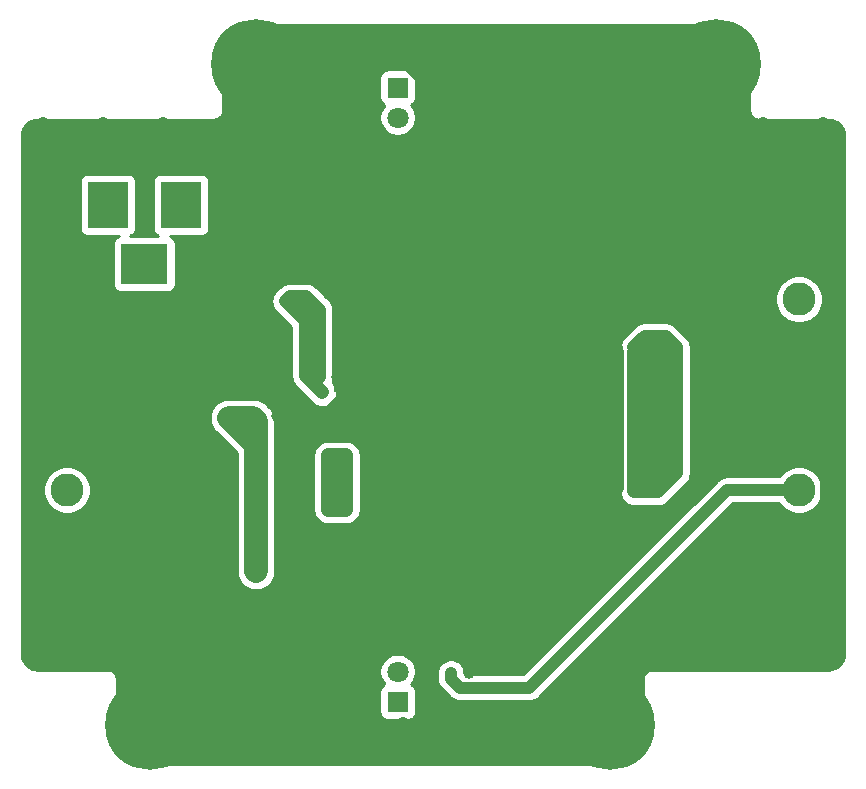
<source format=gbl>
G04 #@! TF.GenerationSoftware,KiCad,Pcbnew,5.1.10-88a1d61d58~90~ubuntu20.04.1*
G04 #@! TF.CreationDate,2021-11-15T23:18:05+00:00*
G04 #@! TF.ProjectId,pulse_stretcher,70756c73-655f-4737-9472-657463686572,rev?*
G04 #@! TF.SameCoordinates,PX5ee3fe0PY6209a80*
G04 #@! TF.FileFunction,Copper,L2,Bot*
G04 #@! TF.FilePolarity,Positive*
%FSLAX46Y46*%
G04 Gerber Fmt 4.6, Leading zero omitted, Abs format (unit mm)*
G04 Created by KiCad (PCBNEW 5.1.10-88a1d61d58~90~ubuntu20.04.1) date 2021-11-15 23:18:05*
%MOMM*%
%LPD*%
G01*
G04 APERTURE LIST*
G04 #@! TA.AperFunction,ComponentPad*
%ADD10C,2.800000*%
G04 #@! TD*
G04 #@! TA.AperFunction,ComponentPad*
%ADD11R,1.800000X1.800000*%
G04 #@! TD*
G04 #@! TA.AperFunction,ComponentPad*
%ADD12C,1.800000*%
G04 #@! TD*
G04 #@! TA.AperFunction,ComponentPad*
%ADD13C,7.600000*%
G04 #@! TD*
G04 #@! TA.AperFunction,ComponentPad*
%ADD14R,3.500000X4.000000*%
G04 #@! TD*
G04 #@! TA.AperFunction,ComponentPad*
%ADD15R,4.000000X3.500000*%
G04 #@! TD*
G04 #@! TA.AperFunction,ViaPad*
%ADD16C,1.000000*%
G04 #@! TD*
G04 #@! TA.AperFunction,ViaPad*
%ADD17C,1.200000*%
G04 #@! TD*
G04 #@! TA.AperFunction,ViaPad*
%ADD18C,0.600000*%
G04 #@! TD*
G04 #@! TA.AperFunction,Conductor*
%ADD19C,2.000000*%
G04 #@! TD*
G04 #@! TA.AperFunction,Conductor*
%ADD20C,0.762000*%
G04 #@! TD*
G04 #@! TA.AperFunction,Conductor*
%ADD21C,0.508000*%
G04 #@! TD*
G04 #@! TA.AperFunction,Conductor*
%ADD22C,0.250000*%
G04 #@! TD*
G04 #@! TA.AperFunction,Conductor*
%ADD23C,1.024000*%
G04 #@! TD*
G04 #@! TA.AperFunction,Conductor*
%ADD24C,1.200000*%
G04 #@! TD*
G04 #@! TA.AperFunction,Conductor*
%ADD25C,0.254000*%
G04 #@! TD*
G04 #@! TA.AperFunction,Conductor*
%ADD26C,0.100000*%
G04 #@! TD*
G04 APERTURE END LIST*
D10*
G04 #@! TO.P,J4,4*
G04 #@! TO.N,GND*
X55988000Y13432000D03*
G04 #@! TO.P,J4,5*
X55988000Y18432000D03*
G04 #@! TO.P,J4,2*
X60988000Y18432000D03*
G04 #@! TO.P,J4,3*
X60988000Y13432000D03*
G04 #@! TO.P,J4,1*
G04 #@! TO.N,/~ENABLE*
X58488000Y15932000D03*
G04 #@! TD*
G04 #@! TO.P,J3,4*
G04 #@! TO.N,GND*
X55988000Y29568000D03*
G04 #@! TO.P,J3,5*
X55988000Y34568000D03*
G04 #@! TO.P,J3,2*
X60988000Y34568000D03*
G04 #@! TO.P,J3,3*
X60988000Y29568000D03*
G04 #@! TO.P,J3,1*
G04 #@! TO.N,/BUFFEREDOUT*
X58488000Y32068000D03*
G04 #@! TD*
G04 #@! TO.P,J2,4*
G04 #@! TO.N,GND*
X-988000Y18432000D03*
G04 #@! TO.P,J2,5*
X-988000Y13432000D03*
G04 #@! TO.P,J2,2*
X-5988000Y13432000D03*
G04 #@! TO.P,J2,3*
X-5988000Y18432000D03*
G04 #@! TO.P,J2,1*
G04 #@! TO.N,/INPUT*
X-3488000Y15932000D03*
G04 #@! TD*
G04 #@! TO.P,C35,1*
G04 #@! TO.N,+2V5*
G04 #@! TA.AperFunction,SMDPad,CuDef*
G36*
G01*
X44981000Y28253250D02*
X44981000Y27740750D01*
G75*
G02*
X44762250Y27522000I-218750J0D01*
G01*
X44324750Y27522000D01*
G75*
G02*
X44106000Y27740750I0J218750D01*
G01*
X44106000Y28253250D01*
G75*
G02*
X44324750Y28472000I218750J0D01*
G01*
X44762250Y28472000D01*
G75*
G02*
X44981000Y28253250I0J-218750D01*
G01*
G37*
G04 #@! TD.AperFunction*
G04 #@! TO.P,C35,2*
G04 #@! TO.N,GND*
G04 #@! TA.AperFunction,SMDPad,CuDef*
G36*
G01*
X43406000Y28253250D02*
X43406000Y27740750D01*
G75*
G02*
X43187250Y27522000I-218750J0D01*
G01*
X42749750Y27522000D01*
G75*
G02*
X42531000Y27740750I0J218750D01*
G01*
X42531000Y28253250D01*
G75*
G02*
X42749750Y28472000I218750J0D01*
G01*
X43187250Y28472000D01*
G75*
G02*
X43406000Y28253250I0J-218750D01*
G01*
G37*
G04 #@! TD.AperFunction*
G04 #@! TD*
G04 #@! TO.P,C36,2*
G04 #@! TO.N,GND*
G04 #@! TA.AperFunction,SMDPad,CuDef*
G36*
G01*
X43406000Y16061250D02*
X43406000Y15548750D01*
G75*
G02*
X43187250Y15330000I-218750J0D01*
G01*
X42749750Y15330000D01*
G75*
G02*
X42531000Y15548750I0J218750D01*
G01*
X42531000Y16061250D01*
G75*
G02*
X42749750Y16280000I218750J0D01*
G01*
X43187250Y16280000D01*
G75*
G02*
X43406000Y16061250I0J-218750D01*
G01*
G37*
G04 #@! TD.AperFunction*
G04 #@! TO.P,C36,1*
G04 #@! TO.N,+2V5*
G04 #@! TA.AperFunction,SMDPad,CuDef*
G36*
G01*
X44981000Y16061250D02*
X44981000Y15548750D01*
G75*
G02*
X44762250Y15330000I-218750J0D01*
G01*
X44324750Y15330000D01*
G75*
G02*
X44106000Y15548750I0J218750D01*
G01*
X44106000Y16061250D01*
G75*
G02*
X44324750Y16280000I218750J0D01*
G01*
X44762250Y16280000D01*
G75*
G02*
X44981000Y16061250I0J-218750D01*
G01*
G37*
G04 #@! TD.AperFunction*
G04 #@! TD*
G04 #@! TO.P,C26,1*
G04 #@! TO.N,GND*
G04 #@! TA.AperFunction,SMDPad,CuDef*
G36*
G01*
X42531000Y24184750D02*
X42531000Y24697250D01*
G75*
G02*
X42749750Y24916000I218750J0D01*
G01*
X43187250Y24916000D01*
G75*
G02*
X43406000Y24697250I0J-218750D01*
G01*
X43406000Y24184750D01*
G75*
G02*
X43187250Y23966000I-218750J0D01*
G01*
X42749750Y23966000D01*
G75*
G02*
X42531000Y24184750I0J218750D01*
G01*
G37*
G04 #@! TD.AperFunction*
G04 #@! TO.P,C26,2*
G04 #@! TO.N,+2V5*
G04 #@! TA.AperFunction,SMDPad,CuDef*
G36*
G01*
X44106000Y24184750D02*
X44106000Y24697250D01*
G75*
G02*
X44324750Y24916000I218750J0D01*
G01*
X44762250Y24916000D01*
G75*
G02*
X44981000Y24697250I0J-218750D01*
G01*
X44981000Y24184750D01*
G75*
G02*
X44762250Y23966000I-218750J0D01*
G01*
X44324750Y23966000D01*
G75*
G02*
X44106000Y24184750I0J218750D01*
G01*
G37*
G04 #@! TD.AperFunction*
G04 #@! TD*
G04 #@! TO.P,C27,2*
G04 #@! TO.N,+2V5*
G04 #@! TA.AperFunction,SMDPad,CuDef*
G36*
G01*
X43946000Y26554500D02*
X43946000Y26899500D01*
G75*
G02*
X44093500Y27047000I147500J0D01*
G01*
X44388500Y27047000D01*
G75*
G02*
X44536000Y26899500I0J-147500D01*
G01*
X44536000Y26554500D01*
G75*
G02*
X44388500Y26407000I-147500J0D01*
G01*
X44093500Y26407000D01*
G75*
G02*
X43946000Y26554500I0J147500D01*
G01*
G37*
G04 #@! TD.AperFunction*
G04 #@! TO.P,C27,1*
G04 #@! TO.N,GND*
G04 #@! TA.AperFunction,SMDPad,CuDef*
G36*
G01*
X42976000Y26554500D02*
X42976000Y26899500D01*
G75*
G02*
X43123500Y27047000I147500J0D01*
G01*
X43418500Y27047000D01*
G75*
G02*
X43566000Y26899500I0J-147500D01*
G01*
X43566000Y26554500D01*
G75*
G02*
X43418500Y26407000I-147500J0D01*
G01*
X43123500Y26407000D01*
G75*
G02*
X42976000Y26554500I0J147500D01*
G01*
G37*
G04 #@! TD.AperFunction*
G04 #@! TD*
G04 #@! TO.P,C28,2*
G04 #@! TO.N,GND*
G04 #@! TA.AperFunction,SMDPad,CuDef*
G36*
G01*
X43566000Y25883500D02*
X43566000Y25538500D01*
G75*
G02*
X43418500Y25391000I-147500J0D01*
G01*
X43123500Y25391000D01*
G75*
G02*
X42976000Y25538500I0J147500D01*
G01*
X42976000Y25883500D01*
G75*
G02*
X43123500Y26031000I147500J0D01*
G01*
X43418500Y26031000D01*
G75*
G02*
X43566000Y25883500I0J-147500D01*
G01*
G37*
G04 #@! TD.AperFunction*
G04 #@! TO.P,C28,1*
G04 #@! TO.N,+2V5*
G04 #@! TA.AperFunction,SMDPad,CuDef*
G36*
G01*
X44536000Y25883500D02*
X44536000Y25538500D01*
G75*
G02*
X44388500Y25391000I-147500J0D01*
G01*
X44093500Y25391000D01*
G75*
G02*
X43946000Y25538500I0J147500D01*
G01*
X43946000Y25883500D01*
G75*
G02*
X44093500Y26031000I147500J0D01*
G01*
X44388500Y26031000D01*
G75*
G02*
X44536000Y25883500I0J-147500D01*
G01*
G37*
G04 #@! TD.AperFunction*
G04 #@! TD*
G04 #@! TO.P,C29,2*
G04 #@! TO.N,+2V5*
G04 #@! TA.AperFunction,SMDPad,CuDef*
G36*
G01*
X44106000Y20628750D02*
X44106000Y21141250D01*
G75*
G02*
X44324750Y21360000I218750J0D01*
G01*
X44762250Y21360000D01*
G75*
G02*
X44981000Y21141250I0J-218750D01*
G01*
X44981000Y20628750D01*
G75*
G02*
X44762250Y20410000I-218750J0D01*
G01*
X44324750Y20410000D01*
G75*
G02*
X44106000Y20628750I0J218750D01*
G01*
G37*
G04 #@! TD.AperFunction*
G04 #@! TO.P,C29,1*
G04 #@! TO.N,GND*
G04 #@! TA.AperFunction,SMDPad,CuDef*
G36*
G01*
X42531000Y20628750D02*
X42531000Y21141250D01*
G75*
G02*
X42749750Y21360000I218750J0D01*
G01*
X43187250Y21360000D01*
G75*
G02*
X43406000Y21141250I0J-218750D01*
G01*
X43406000Y20628750D01*
G75*
G02*
X43187250Y20410000I-218750J0D01*
G01*
X42749750Y20410000D01*
G75*
G02*
X42531000Y20628750I0J218750D01*
G01*
G37*
G04 #@! TD.AperFunction*
G04 #@! TD*
G04 #@! TO.P,C30,1*
G04 #@! TO.N,GND*
G04 #@! TA.AperFunction,SMDPad,CuDef*
G36*
G01*
X42976000Y22998500D02*
X42976000Y23343500D01*
G75*
G02*
X43123500Y23491000I147500J0D01*
G01*
X43418500Y23491000D01*
G75*
G02*
X43566000Y23343500I0J-147500D01*
G01*
X43566000Y22998500D01*
G75*
G02*
X43418500Y22851000I-147500J0D01*
G01*
X43123500Y22851000D01*
G75*
G02*
X42976000Y22998500I0J147500D01*
G01*
G37*
G04 #@! TD.AperFunction*
G04 #@! TO.P,C30,2*
G04 #@! TO.N,+2V5*
G04 #@! TA.AperFunction,SMDPad,CuDef*
G36*
G01*
X43946000Y22998500D02*
X43946000Y23343500D01*
G75*
G02*
X44093500Y23491000I147500J0D01*
G01*
X44388500Y23491000D01*
G75*
G02*
X44536000Y23343500I0J-147500D01*
G01*
X44536000Y22998500D01*
G75*
G02*
X44388500Y22851000I-147500J0D01*
G01*
X44093500Y22851000D01*
G75*
G02*
X43946000Y22998500I0J147500D01*
G01*
G37*
G04 #@! TD.AperFunction*
G04 #@! TD*
G04 #@! TO.P,C31,1*
G04 #@! TO.N,+2V5*
G04 #@! TA.AperFunction,SMDPad,CuDef*
G36*
G01*
X44536000Y22327500D02*
X44536000Y21982500D01*
G75*
G02*
X44388500Y21835000I-147500J0D01*
G01*
X44093500Y21835000D01*
G75*
G02*
X43946000Y21982500I0J147500D01*
G01*
X43946000Y22327500D01*
G75*
G02*
X44093500Y22475000I147500J0D01*
G01*
X44388500Y22475000D01*
G75*
G02*
X44536000Y22327500I0J-147500D01*
G01*
G37*
G04 #@! TD.AperFunction*
G04 #@! TO.P,C31,2*
G04 #@! TO.N,GND*
G04 #@! TA.AperFunction,SMDPad,CuDef*
G36*
G01*
X43566000Y22327500D02*
X43566000Y21982500D01*
G75*
G02*
X43418500Y21835000I-147500J0D01*
G01*
X43123500Y21835000D01*
G75*
G02*
X42976000Y21982500I0J147500D01*
G01*
X42976000Y22327500D01*
G75*
G02*
X43123500Y22475000I147500J0D01*
G01*
X43418500Y22475000D01*
G75*
G02*
X43566000Y22327500I0J-147500D01*
G01*
G37*
G04 #@! TD.AperFunction*
G04 #@! TD*
G04 #@! TO.P,C32,1*
G04 #@! TO.N,GND*
G04 #@! TA.AperFunction,SMDPad,CuDef*
G36*
G01*
X42531000Y17072750D02*
X42531000Y17585250D01*
G75*
G02*
X42749750Y17804000I218750J0D01*
G01*
X43187250Y17804000D01*
G75*
G02*
X43406000Y17585250I0J-218750D01*
G01*
X43406000Y17072750D01*
G75*
G02*
X43187250Y16854000I-218750J0D01*
G01*
X42749750Y16854000D01*
G75*
G02*
X42531000Y17072750I0J218750D01*
G01*
G37*
G04 #@! TD.AperFunction*
G04 #@! TO.P,C32,2*
G04 #@! TO.N,+2V5*
G04 #@! TA.AperFunction,SMDPad,CuDef*
G36*
G01*
X44106000Y17072750D02*
X44106000Y17585250D01*
G75*
G02*
X44324750Y17804000I218750J0D01*
G01*
X44762250Y17804000D01*
G75*
G02*
X44981000Y17585250I0J-218750D01*
G01*
X44981000Y17072750D01*
G75*
G02*
X44762250Y16854000I-218750J0D01*
G01*
X44324750Y16854000D01*
G75*
G02*
X44106000Y17072750I0J218750D01*
G01*
G37*
G04 #@! TD.AperFunction*
G04 #@! TD*
G04 #@! TO.P,C33,1*
G04 #@! TO.N,GND*
G04 #@! TA.AperFunction,SMDPad,CuDef*
G36*
G01*
X42976000Y19442500D02*
X42976000Y19787500D01*
G75*
G02*
X43123500Y19935000I147500J0D01*
G01*
X43418500Y19935000D01*
G75*
G02*
X43566000Y19787500I0J-147500D01*
G01*
X43566000Y19442500D01*
G75*
G02*
X43418500Y19295000I-147500J0D01*
G01*
X43123500Y19295000D01*
G75*
G02*
X42976000Y19442500I0J147500D01*
G01*
G37*
G04 #@! TD.AperFunction*
G04 #@! TO.P,C33,2*
G04 #@! TO.N,+2V5*
G04 #@! TA.AperFunction,SMDPad,CuDef*
G36*
G01*
X43946000Y19442500D02*
X43946000Y19787500D01*
G75*
G02*
X44093500Y19935000I147500J0D01*
G01*
X44388500Y19935000D01*
G75*
G02*
X44536000Y19787500I0J-147500D01*
G01*
X44536000Y19442500D01*
G75*
G02*
X44388500Y19295000I-147500J0D01*
G01*
X44093500Y19295000D01*
G75*
G02*
X43946000Y19442500I0J147500D01*
G01*
G37*
G04 #@! TD.AperFunction*
G04 #@! TD*
G04 #@! TO.P,C34,1*
G04 #@! TO.N,+2V5*
G04 #@! TA.AperFunction,SMDPad,CuDef*
G36*
G01*
X44536000Y18771500D02*
X44536000Y18426500D01*
G75*
G02*
X44388500Y18279000I-147500J0D01*
G01*
X44093500Y18279000D01*
G75*
G02*
X43946000Y18426500I0J147500D01*
G01*
X43946000Y18771500D01*
G75*
G02*
X44093500Y18919000I147500J0D01*
G01*
X44388500Y18919000D01*
G75*
G02*
X44536000Y18771500I0J-147500D01*
G01*
G37*
G04 #@! TD.AperFunction*
G04 #@! TO.P,C34,2*
G04 #@! TO.N,GND*
G04 #@! TA.AperFunction,SMDPad,CuDef*
G36*
G01*
X43566000Y18771500D02*
X43566000Y18426500D01*
G75*
G02*
X43418500Y18279000I-147500J0D01*
G01*
X43123500Y18279000D01*
G75*
G02*
X42976000Y18426500I0J147500D01*
G01*
X42976000Y18771500D01*
G75*
G02*
X43123500Y18919000I147500J0D01*
G01*
X43418500Y18919000D01*
G75*
G02*
X43566000Y18771500I0J-147500D01*
G01*
G37*
G04 #@! TD.AperFunction*
G04 #@! TD*
D11*
G04 #@! TO.P,D1,1*
G04 #@! TO.N,Net-(C1-Pad2)*
X24500000Y50000000D03*
D12*
G04 #@! TO.P,D1,2*
G04 #@! TO.N,Net-(D1-Pad2)*
X24500000Y47460000D03*
G04 #@! TD*
D13*
G04 #@! TO.P,H1,1*
G04 #@! TO.N,GND*
X12500000Y52000000D03*
G04 #@! TD*
G04 #@! TO.P,H2,1*
G04 #@! TO.N,GND*
X51500000Y52000000D03*
G04 #@! TD*
G04 #@! TO.P,H3,1*
G04 #@! TO.N,GND*
X3500000Y-4000000D03*
G04 #@! TD*
G04 #@! TO.P,H4,1*
G04 #@! TO.N,GND*
X42500000Y-4000000D03*
G04 #@! TD*
D14*
G04 #@! TO.P,J1,1*
G04 #@! TO.N,Net-(C1-Pad1)*
X6164000Y40062000D03*
G04 #@! TO.P,J1,2*
G04 #@! TO.N,Net-(C1-Pad2)*
X-36000Y40062000D03*
D15*
G04 #@! TO.P,J1,3*
G04 #@! TO.N,N/C*
X3064000Y35062000D03*
G04 #@! TD*
D11*
G04 #@! TO.P,D2,1*
G04 #@! TO.N,/~ENABLEBUF*
X24500000Y-2000000D03*
D12*
G04 #@! TO.P,D2,2*
G04 #@! TO.N,Net-(D2-Pad2)*
X24500000Y540000D03*
G04 #@! TD*
D16*
G04 #@! TO.N,+3V3*
X12260000Y22028000D03*
X11244000Y21672500D03*
X10228000Y22028000D03*
X12514000Y9074000D03*
X12514000Y10090000D03*
X12514000Y11106000D03*
D17*
G04 #@! TO.N,GND*
X-440000Y1200000D03*
X-5520000Y1200000D03*
D18*
X41978000Y22155000D03*
X41216000Y25711000D03*
X40454000Y25711000D03*
X41978000Y25711000D03*
X43248000Y25711000D03*
X43248000Y22155000D03*
X43248000Y18599000D03*
X40454000Y22155000D03*
X40454000Y18599000D03*
X41978000Y18599000D03*
X41216000Y18599000D03*
X41216000Y22155000D03*
D16*
X14266500Y22155000D03*
D18*
X14569000Y19869000D03*
X14569000Y20885000D03*
X17086000Y14662000D03*
X15308000Y14662000D03*
D16*
X15333500Y12757000D03*
X17594000Y12528500D03*
X16259000Y13835000D03*
X16476500Y12528500D03*
D18*
X25999000Y19869000D03*
X25999000Y20885000D03*
D16*
X25696500Y22155000D03*
D18*
X28516000Y14662000D03*
X26738000Y14662000D03*
X28516000Y13900000D03*
X26738000Y13900000D03*
X28747000Y7423000D03*
X29049500Y6153000D03*
X30120000Y10659000D03*
D16*
X14576990Y15139010D03*
X1846000Y13747500D03*
X8958000Y12731500D03*
D17*
X42968500Y27997000D03*
X42968500Y15805000D03*
D16*
X19397500Y25457000D03*
D18*
X19397500Y24489500D03*
D16*
X20515000Y25457000D03*
X1846000Y18370500D03*
D17*
X2100000Y3740000D03*
X-2980000Y3740000D03*
X-440000Y6280000D03*
X-5520000Y6280000D03*
X2100000Y8820000D03*
X-2980000Y8820000D03*
X4640000Y11360000D03*
X9720000Y11360000D03*
X9720000Y6280000D03*
X4640000Y6280000D03*
X7180000Y3740000D03*
X12260000Y3740000D03*
X9720000Y1200000D03*
X4640000Y1200000D03*
X17340000Y-1340000D03*
X12260000Y-1340000D03*
X14800000Y-3880000D03*
X9720000Y-3880000D03*
X12260000Y-6420000D03*
X17340000Y-6420000D03*
X19880000Y1200000D03*
X14800000Y1200000D03*
X22420000Y3740000D03*
X24960000Y-3880000D03*
X19880000Y-3880000D03*
X22420000Y-1340000D03*
X27500000Y-6420000D03*
X22420000Y-6420000D03*
X32580000Y3740000D03*
X37660000Y-1340000D03*
X35120000Y-3880000D03*
X30040000Y-3880000D03*
X32580000Y-6420000D03*
X37660000Y-6420000D03*
X40200000Y1200000D03*
X35120000Y1200000D03*
X42740000Y3740000D03*
X37660000Y3740000D03*
X52900000Y3740000D03*
X47820000Y3740000D03*
X50360000Y1200000D03*
X45280000Y1200000D03*
X60520000Y1200000D03*
X55440000Y1200000D03*
X60520000Y6280000D03*
X55440000Y6280000D03*
X57980000Y8820000D03*
X52900000Y8820000D03*
X52900000Y13900000D03*
X52900000Y18980000D03*
X60520000Y21520000D03*
X55440000Y21520000D03*
X57980000Y24060000D03*
X60520000Y26600000D03*
X57980000Y3740000D03*
X7180000Y8820000D03*
X35120000Y6280000D03*
X40200000Y6280000D03*
X50360000Y6280000D03*
X45280000Y6280000D03*
X42740000Y8820000D03*
X47820000Y8820000D03*
X32580000Y8820000D03*
X37660000Y8820000D03*
X40200000Y11360000D03*
X35120000Y11360000D03*
X42740000Y13900000D03*
X37660000Y13900000D03*
X45280000Y11360000D03*
X50360000Y11360000D03*
X47820000Y13900000D03*
X50360000Y16440000D03*
X40200000Y16440000D03*
X35120000Y16440000D03*
X30040000Y21520000D03*
X32580000Y24060000D03*
X35120000Y26600000D03*
X37660000Y29140000D03*
X27500000Y29140000D03*
X40200000Y31680000D03*
X35120000Y31680000D03*
X30040000Y31680000D03*
X27500000Y34220000D03*
X30040000Y36760000D03*
X32580000Y34220000D03*
X35120000Y36760000D03*
X37660000Y34220000D03*
X40200000Y36760000D03*
X42740000Y34220000D03*
X42740000Y39300000D03*
X37660000Y39300000D03*
X32580000Y39300000D03*
X32580000Y44380000D03*
X35120000Y46920000D03*
X40200000Y46920000D03*
X45280000Y46920000D03*
X50360000Y46920000D03*
X55440000Y46920000D03*
X60520000Y46920000D03*
X57980000Y44380000D03*
X60520000Y41840000D03*
X57980000Y39300000D03*
X60520000Y36760000D03*
X55440000Y36760000D03*
X52900000Y39300000D03*
X55440000Y41840000D03*
X52900000Y44380000D03*
X50360000Y41840000D03*
X50360000Y36760000D03*
X52900000Y34220000D03*
X50360000Y31680000D03*
X52900000Y29140000D03*
X47820000Y44380000D03*
X42740000Y49460000D03*
X37660000Y49460000D03*
X40200000Y52000000D03*
X37660000Y54540000D03*
X42740000Y54540000D03*
X32580000Y54540000D03*
X35120000Y52000000D03*
X32580000Y49460000D03*
X30040000Y52000000D03*
X30040000Y46920000D03*
X27500000Y49460000D03*
X27500000Y54540000D03*
X24960000Y52000000D03*
X22420000Y54540000D03*
X19880000Y52000000D03*
X17340000Y54540000D03*
X17340000Y49460000D03*
X14800000Y46920000D03*
X19991999Y41728001D03*
X9720000Y46920000D03*
X4640000Y46920000D03*
X-440000Y46920000D03*
X-2980000Y44380000D03*
X-5520000Y46920000D03*
X-5520000Y41840000D03*
X-2980000Y39300000D03*
X-5520000Y36760000D03*
X-2980000Y34220000D03*
X-5520000Y31680000D03*
X-2980000Y29140000D03*
X-5520000Y26600000D03*
X-2980000Y24060000D03*
X-5520000Y21520000D03*
X-440000Y21520000D03*
X2100000Y24060000D03*
X4640000Y21520000D03*
X7180000Y24060000D03*
X9720000Y26600000D03*
X12260000Y29140000D03*
X9720000Y31680000D03*
X12260000Y34220000D03*
X12260000Y34220000D03*
X14800000Y36760000D03*
X17340000Y39300000D03*
X12260000Y39300000D03*
X9720000Y36760000D03*
X7180000Y34220000D03*
X7180000Y29140000D03*
X2100000Y29140000D03*
X4640000Y31680000D03*
X4640000Y26600000D03*
X-440000Y26600000D03*
X-440000Y31680000D03*
X-440000Y36760000D03*
X26992000Y44510000D03*
X29340000Y44572000D03*
D18*
X26738000Y3509000D03*
X29974000Y2132000D03*
D16*
X30573500Y463500D03*
D18*
X24960000Y9201000D03*
X19880000Y9201000D03*
X21150000Y19996000D03*
X17848000Y19996000D03*
X14800000Y9201000D03*
D17*
X17340000Y3740000D03*
X30040000Y26600000D03*
X32580000Y29140000D03*
D18*
X29760500Y14662000D03*
D16*
G04 #@! TO.N,VPP*
X16910500Y30410000D03*
D18*
X16748000Y32254000D03*
X15054000Y31908500D03*
X18125000Y24187000D03*
X17822500Y25457000D03*
G04 #@! TO.N,+2V5*
X44264000Y25711000D03*
X44264000Y22155000D03*
X44264000Y18599000D03*
X46550000Y25711000D03*
X45788000Y25711000D03*
X46550000Y22155000D03*
X45788000Y22155000D03*
X46550000Y18599000D03*
X45788000Y18599000D03*
X47312000Y18599000D03*
X47312000Y22155000D03*
X47312000Y25711000D03*
D17*
X44543500Y27997000D03*
X46296000Y27997000D03*
X48074000Y27997000D03*
X45407000Y28886000D03*
X47185000Y28886000D03*
D18*
G04 #@! TO.N,/TERMINATION*
X20134000Y14255500D03*
X18610000Y14255500D03*
X19372000Y14255500D03*
X20134000Y18878500D03*
X18610000Y18878500D03*
X19372000Y18878500D03*
D16*
G04 #@! TO.N,/~ENABLE*
X29024000Y463500D03*
G04 #@! TD*
D19*
G04 #@! TO.N,+3V3*
X10228000Y22028000D02*
X11498000Y22028000D01*
X11877498Y22028000D02*
X12514000Y21391498D01*
X11498000Y22028000D02*
X11877498Y22028000D01*
X12514000Y9074000D02*
X12514000Y9074000D01*
X12514000Y10090000D02*
X12514000Y9074000D01*
X12260000Y22028000D02*
X11877498Y22028000D01*
X12514000Y21774000D02*
X12514000Y21391498D01*
X12260000Y22028000D02*
X12514000Y21774000D01*
X10228000Y22028000D02*
X12514000Y19742000D01*
X12514000Y19742000D02*
X12514000Y11106000D01*
X12514000Y21391498D02*
X12514000Y19742000D01*
X12514000Y11106000D02*
X12514000Y10090000D01*
D20*
G04 #@! TO.N,GND*
X43271000Y27694500D02*
X42968500Y27997000D01*
X43271000Y26727000D02*
X43271000Y27694500D01*
X43271000Y16107500D02*
X42968500Y15805000D01*
X43271000Y26727000D02*
X43271000Y16107500D01*
X43271000Y18599000D02*
X41978000Y18599000D01*
X43271000Y22155000D02*
X41978000Y22155000D01*
X41978000Y25711000D02*
X43271000Y25711000D01*
X8958000Y12731500D02*
X8958000Y12731500D01*
X42968500Y27997000D02*
X42968500Y27997000D01*
X42968500Y15805000D02*
X42968500Y15805000D01*
D21*
X25696500Y22155000D02*
X25696500Y23018500D01*
X20515000Y24749894D02*
X20515000Y25457000D01*
X17920106Y22155000D02*
X20515000Y24749894D01*
X14266500Y22155000D02*
X17920106Y22155000D01*
X16476500Y12528500D02*
X16476500Y8972500D01*
X16476500Y8972500D02*
X14038000Y6534000D01*
X14038000Y6534000D02*
X11244000Y6534000D01*
X8958000Y8820000D02*
X8958000Y12731500D01*
X11244000Y6534000D02*
X8958000Y8820000D01*
X60988000Y27068000D02*
X60520000Y26600000D01*
X60988000Y29568000D02*
X60988000Y27068000D01*
X60520000Y26600000D02*
X60520000Y21520000D01*
X60520000Y21520000D02*
X60520000Y16440000D01*
X60520000Y16440000D02*
X60520000Y11360000D01*
X60520000Y11360000D02*
X60520000Y6280000D01*
X60520000Y6280000D02*
X60520000Y1200000D01*
X60520000Y1200000D02*
X57980000Y3740000D01*
X57980000Y3740000D02*
X57980000Y8820000D01*
X55440000Y21520000D02*
X57980000Y24060000D01*
X55440000Y11360000D02*
X55440000Y6280000D01*
X55440000Y6280000D02*
X55440000Y1200000D01*
X55440000Y1200000D02*
X52900000Y3740000D01*
X52900000Y3740000D02*
X52900000Y8820000D01*
X52900000Y8820000D02*
X52900000Y13900000D01*
X52900000Y18980000D02*
X50360000Y16440000D01*
X50360000Y11360000D02*
X50360000Y6280000D01*
X50360000Y6280000D02*
X50360000Y1200000D01*
X50360000Y1200000D02*
X47820000Y3740000D01*
X47820000Y3740000D02*
X47820000Y8820000D01*
X47820000Y13900000D02*
X45280000Y11360000D01*
X45280000Y6280000D02*
X45280000Y1200000D01*
X45280000Y1200000D02*
X42740000Y3740000D01*
D20*
X42740000Y8820000D02*
X42740000Y13900000D01*
D21*
X40200000Y11360000D02*
X40200000Y6280000D01*
X40200000Y1200000D02*
X37660000Y-1340000D01*
X37660000Y-1340000D02*
X37660000Y-6420000D01*
X37660000Y3740000D02*
X37660000Y8820000D01*
X37660000Y8820000D02*
X37660000Y13900000D01*
X40200000Y11360000D02*
X40200000Y16440000D01*
X35120000Y16440000D02*
X35120000Y11360000D01*
X37660000Y13900000D02*
X35120000Y16440000D01*
X35120000Y11360000D02*
X35120000Y6280000D01*
X32580000Y8820000D02*
X32580000Y3740000D01*
X35120000Y6280000D02*
X35120000Y1200000D01*
X35120000Y-3880000D02*
X32580000Y-6420000D01*
X42740000Y13900000D02*
X40200000Y11360000D01*
X32580000Y-6420000D02*
X30040000Y-3880000D01*
X11244000Y4756000D02*
X12260000Y3740000D01*
X11244000Y6534000D02*
X11244000Y4756000D01*
X9720000Y1200000D02*
X7180000Y3740000D01*
X7180000Y3740000D02*
X4640000Y1200000D01*
X7180000Y3740000D02*
X9720000Y6280000D01*
X9720000Y6280000D02*
X7180000Y8820000D01*
X7180000Y8820000D02*
X4640000Y6280000D01*
X4640000Y6280000D02*
X2100000Y8820000D01*
X4640000Y11360000D02*
X2100000Y8820000D01*
X2100000Y8820000D02*
X2100000Y3740000D01*
X2100000Y3740000D02*
X-440000Y1200000D01*
X-5520000Y1200000D02*
X-440000Y1200000D01*
X-2980000Y3740000D02*
X-5520000Y6280000D01*
X-5520000Y6280000D02*
X-2980000Y8820000D01*
X-2980000Y8820000D02*
X-440000Y6280000D01*
X-440000Y6280000D02*
X2100000Y8820000D01*
X-5988000Y21052000D02*
X-5520000Y21520000D01*
X-5988000Y18432000D02*
X-5988000Y21052000D01*
X-5520000Y21520000D02*
X-440000Y21520000D01*
X-440000Y21520000D02*
X4640000Y21520000D01*
X4640000Y21520000D02*
X7180000Y24060000D01*
X7180000Y24060000D02*
X9720000Y26600000D01*
X9720000Y26600000D02*
X12260000Y29140000D01*
X-5520000Y26600000D02*
X-2980000Y24060000D01*
X-2980000Y24060000D02*
X-440000Y26600000D01*
X-440000Y26600000D02*
X2100000Y24060000D01*
X2100000Y24060000D02*
X4640000Y26600000D01*
X4640000Y26600000D02*
X7180000Y29140000D01*
X7180000Y29140000D02*
X9720000Y31680000D01*
X9720000Y31680000D02*
X12260000Y34220000D01*
X12260000Y34220000D02*
X14800000Y36760000D01*
X14800000Y36760000D02*
X17340000Y39300000D01*
X17563998Y39300000D02*
X19991999Y41728001D01*
X17340000Y39300000D02*
X17563998Y39300000D01*
X12260000Y39300000D02*
X14800000Y36760000D01*
X12260000Y39300000D02*
X9720000Y36760000D01*
X9720000Y36760000D02*
X7180000Y34220000D01*
X7180000Y34220000D02*
X4640000Y31680000D01*
X4640000Y31680000D02*
X2100000Y29140000D01*
X2100000Y29140000D02*
X-440000Y31680000D01*
X-440000Y31680000D02*
X-2980000Y34220000D01*
X-2980000Y34220000D02*
X-5520000Y31680000D01*
X-2980000Y29140000D02*
X-440000Y26600000D01*
X-2980000Y34220000D02*
X-440000Y36760000D01*
X-2980000Y34220000D02*
X-5520000Y36760000D01*
X-5520000Y36760000D02*
X-2980000Y39300000D01*
X-2980000Y39300000D02*
X-5520000Y41840000D01*
X-5520000Y41840000D02*
X-2980000Y44380000D01*
X-2980000Y44380000D02*
X-5520000Y46920000D01*
X-2980000Y44380000D02*
X-440000Y46920000D01*
X-440000Y46920000D02*
X4640000Y46920000D01*
X4640000Y46920000D02*
X9720000Y46920000D01*
X9720000Y46920000D02*
X14292000Y46920000D01*
X14292000Y46920000D02*
X14800000Y46920000D01*
X30040000Y46920000D02*
X35120000Y46920000D01*
X35120000Y46920000D02*
X37660000Y49460000D01*
X37660000Y49460000D02*
X40200000Y46920000D01*
X40200000Y46920000D02*
X45280000Y46920000D01*
X32580000Y44380000D02*
X35120000Y46920000D01*
X45280000Y46920000D02*
X47820000Y44380000D01*
X47820000Y44380000D02*
X50360000Y46920000D01*
X50360000Y46920000D02*
X52900000Y44380000D01*
X52900000Y44380000D02*
X50360000Y41840000D01*
X50360000Y41840000D02*
X52900000Y39300000D01*
X50360000Y36760000D02*
X50360000Y31680000D01*
X50360000Y31680000D02*
X52900000Y34220000D01*
X52900000Y29140000D02*
X52900000Y34220000D01*
X53328000Y29568000D02*
X52900000Y29140000D01*
X55988000Y29568000D02*
X53328000Y29568000D01*
X55440000Y35116000D02*
X55988000Y34568000D01*
X55440000Y36760000D02*
X55440000Y35116000D01*
X60520000Y35036000D02*
X60988000Y34568000D01*
X60520000Y36760000D02*
X60520000Y35036000D01*
X60520000Y36760000D02*
X57980000Y39300000D01*
X57980000Y39300000D02*
X60520000Y41840000D01*
X60520000Y41840000D02*
X57980000Y44380000D01*
X57980000Y44380000D02*
X60520000Y46920000D01*
X57980000Y44380000D02*
X55440000Y46920000D01*
X55440000Y46920000D02*
X52900000Y44380000D01*
X52900000Y44380000D02*
X55440000Y41840000D01*
X45280000Y46920000D02*
X42740000Y49460000D01*
X42740000Y49460000D02*
X40200000Y52000000D01*
X40200000Y52000000D02*
X42740000Y54540000D01*
X40200000Y52000000D02*
X37660000Y54540000D01*
X37660000Y54540000D02*
X35120000Y52000000D01*
X35120000Y52000000D02*
X32580000Y54540000D01*
X32580000Y49460000D02*
X30040000Y52000000D01*
X32580000Y54540000D02*
X30040000Y52000000D01*
X30040000Y52000000D02*
X27500000Y49460000D01*
X27500000Y49460000D02*
X24960000Y52000000D01*
X24960000Y52000000D02*
X27500000Y54540000D01*
X24960000Y52000000D02*
X22420000Y54540000D01*
X22420000Y54540000D02*
X17340000Y54540000D01*
X17340000Y54540000D02*
X19880000Y52000000D01*
X19880000Y52000000D02*
X17340000Y49460000D01*
X45280000Y36760000D02*
X42740000Y39300000D01*
X50360000Y36760000D02*
X45280000Y36760000D01*
X42740000Y39300000D02*
X37660000Y39300000D01*
X37660000Y39300000D02*
X32580000Y39300000D01*
X32580000Y39300000D02*
X30040000Y36760000D01*
X30040000Y36760000D02*
X27500000Y34220000D01*
X27500000Y34220000D02*
X30040000Y31680000D01*
X30040000Y31680000D02*
X32580000Y29140000D01*
X32580000Y29140000D02*
X35120000Y26600000D01*
X35120000Y26600000D02*
X32580000Y24060000D01*
X30040000Y21520000D02*
X32580000Y24060000D01*
X35120000Y26600000D02*
X37660000Y29140000D01*
X37660000Y29140000D02*
X40200000Y31680000D01*
X40200000Y31680000D02*
X42740000Y34220000D01*
X42740000Y34220000D02*
X40200000Y36760000D01*
X40200000Y36760000D02*
X35120000Y36760000D01*
X35120000Y36760000D02*
X32326000Y33966000D01*
X32580000Y34220000D02*
X35120000Y31680000D01*
X35120000Y31680000D02*
X37660000Y34220000D01*
D22*
X9720000Y11969500D02*
X8958000Y12731500D01*
X9720000Y11360000D02*
X9720000Y11969500D01*
X4640000Y6280000D02*
X4640000Y6534000D01*
X9720000Y11360000D02*
X7180000Y8820000D01*
D23*
X39840000Y-1340000D02*
X42500000Y-4000000D01*
X37660000Y-1340000D02*
X39840000Y-1340000D01*
D24*
G04 #@! TO.N,VPP*
X16748000Y25564000D02*
X18125000Y24187000D01*
X16748000Y32254000D02*
X16748000Y25564000D01*
X17822500Y29140000D02*
X15054000Y31908500D01*
X17822500Y25457000D02*
X17822500Y29140000D01*
X17822500Y31179500D02*
X16748000Y32254000D01*
X17822500Y29140000D02*
X17822500Y31179500D01*
X15399500Y32254000D02*
X15054000Y31908500D01*
X16748000Y32254000D02*
X15399500Y32254000D01*
G04 #@! TO.N,+2V5*
X44543500Y15805000D02*
X46550000Y15805000D01*
X47312000Y16567000D02*
X47312000Y18599000D01*
X46550000Y15805000D02*
X47312000Y16567000D01*
X47312000Y18599000D02*
X47312000Y27997000D01*
X47312000Y27997000D02*
X46296000Y27997000D01*
X44543500Y27997000D02*
X44543500Y27997000D01*
D19*
X47312000Y27997000D02*
X47312000Y27997000D01*
D24*
X46296000Y27997000D02*
X44543500Y27997000D01*
X47312000Y27997000D02*
X48074000Y27997000D01*
X44543500Y27997000D02*
X44543500Y28022500D01*
X44543500Y28022500D02*
X45407000Y28886000D01*
X45407000Y28886000D02*
X45407000Y28886000D01*
X47185000Y28886000D02*
X47185000Y28886000D01*
X45407000Y28886000D02*
X47185000Y28886000D01*
D20*
X44241000Y27694500D02*
X44543500Y27997000D01*
X44241000Y26727000D02*
X44241000Y27694500D01*
X44241000Y16107500D02*
X44543500Y15805000D01*
X47289000Y16544000D02*
X47312000Y16567000D01*
X44241000Y26727000D02*
X44241000Y16544000D01*
X44241000Y16544000D02*
X44241000Y16107500D01*
D19*
X45176000Y26877000D02*
X46296000Y27997000D01*
X45176000Y16544000D02*
X45176000Y26877000D01*
D20*
X44241000Y16544000D02*
X45176000Y16544000D01*
D19*
X46296000Y27997000D02*
X46296000Y16648000D01*
D20*
X46400000Y16544000D02*
X47289000Y16544000D01*
D19*
X46296000Y16648000D02*
X46400000Y16544000D01*
D20*
X45176000Y16544000D02*
X46400000Y16544000D01*
D24*
X48074000Y17329000D02*
X46550000Y15805000D01*
X48074000Y27997000D02*
X48074000Y17329000D01*
X47185000Y28886000D02*
X48074000Y27997000D01*
G04 #@! TO.N,/TERMINATION*
X20134000Y14255500D02*
X20134000Y18878500D01*
X20134000Y14255500D02*
X18610000Y14255500D01*
X18610000Y14255500D02*
X18610000Y18878500D01*
X18610000Y18878500D02*
X20134000Y18878500D01*
X19372000Y18878500D02*
X19372000Y14255500D01*
D23*
G04 #@! TO.N,/~ENABLE*
X52392000Y15932000D02*
X58488000Y15932000D01*
X35628000Y-832000D02*
X52392000Y15932000D01*
X29793500Y-832000D02*
X35628000Y-832000D01*
X28998500Y-37000D02*
X29793500Y-832000D01*
X28998500Y438000D02*
X28998500Y-37000D01*
G04 #@! TD*
D25*
G04 #@! TO.N,GND*
X51638370Y55224002D02*
X52252424Y55038608D01*
X52818773Y54737475D01*
X53315848Y54332072D01*
X53724712Y53837841D01*
X54029790Y53273611D01*
X54219467Y52660863D01*
X54290000Y51989796D01*
X54290001Y48034887D01*
X54286565Y48000000D01*
X54300273Y47860816D01*
X54340872Y47726980D01*
X54406800Y47603637D01*
X54495525Y47495525D01*
X54603637Y47406800D01*
X54726980Y47340872D01*
X54860816Y47300273D01*
X54965123Y47290000D01*
X55000000Y47286565D01*
X55034877Y47290000D01*
X60965279Y47290000D01*
X61249899Y47262093D01*
X61490285Y47189516D01*
X61711991Y47071632D01*
X61906577Y46912932D01*
X62066635Y46719455D01*
X62186064Y46498576D01*
X62260317Y46258703D01*
X62290000Y45976284D01*
X62290001Y2034731D01*
X62262093Y1750101D01*
X62189517Y1509718D01*
X62071633Y1288011D01*
X61912929Y1093420D01*
X61719455Y933365D01*
X61498576Y813936D01*
X61258701Y739683D01*
X60976291Y710000D01*
X46034877Y710000D01*
X46000000Y713435D01*
X45965123Y710000D01*
X45860816Y699727D01*
X45726980Y659128D01*
X45603637Y593200D01*
X45495525Y504475D01*
X45406800Y396363D01*
X45340872Y273020D01*
X45300273Y139184D01*
X45286565Y0D01*
X45290001Y-34887D01*
X45290000Y-3965280D01*
X45224004Y-4638366D01*
X45038607Y-5252428D01*
X44737474Y-5818775D01*
X44332071Y-6315847D01*
X43837842Y-6724710D01*
X43273611Y-7029790D01*
X42660862Y-7219467D01*
X41989787Y-7290000D01*
X4034720Y-7290000D01*
X3361634Y-7224004D01*
X2747572Y-7038607D01*
X2181225Y-6737474D01*
X1684153Y-6332071D01*
X1275290Y-5837842D01*
X970210Y-5273611D01*
X780533Y-4660862D01*
X710000Y-3989787D01*
X710000Y-1100000D01*
X22961928Y-1100000D01*
X22961928Y-2900000D01*
X22974188Y-3024482D01*
X23010498Y-3144180D01*
X23069463Y-3254494D01*
X23148815Y-3351185D01*
X23245506Y-3430537D01*
X23355820Y-3489502D01*
X23475518Y-3525812D01*
X23600000Y-3538072D01*
X25400000Y-3538072D01*
X25524482Y-3525812D01*
X25644180Y-3489502D01*
X25754494Y-3430537D01*
X25851185Y-3351185D01*
X25930537Y-3254494D01*
X25989502Y-3144180D01*
X26025812Y-3024482D01*
X26038072Y-2900000D01*
X26038072Y-1100000D01*
X26025812Y-975518D01*
X25989502Y-855820D01*
X25930537Y-745506D01*
X25851185Y-648815D01*
X25754494Y-569463D01*
X25644180Y-510498D01*
X25625873Y-504944D01*
X25692312Y-438505D01*
X25860299Y-187095D01*
X25922470Y-37000D01*
X27845952Y-37000D01*
X27851500Y-93329D01*
X27851500Y-93340D01*
X27868097Y-261851D01*
X27933684Y-478061D01*
X28002684Y-607150D01*
X28040191Y-677321D01*
X28066967Y-709947D01*
X28183526Y-851975D01*
X28227285Y-887887D01*
X28942612Y-1603215D01*
X28978525Y-1646975D01*
X29022284Y-1682887D01*
X29022287Y-1682890D01*
X29153178Y-1790309D01*
X29352439Y-1896816D01*
X29568649Y-1962403D01*
X29737160Y-1979000D01*
X29737170Y-1979000D01*
X29793500Y-1984548D01*
X29849829Y-1979000D01*
X35571671Y-1979000D01*
X35628000Y-1984548D01*
X35684329Y-1979000D01*
X35684340Y-1979000D01*
X35852851Y-1962403D01*
X36069061Y-1896816D01*
X36268322Y-1790309D01*
X36442975Y-1646975D01*
X36478892Y-1603210D01*
X52867103Y14785000D01*
X56806928Y14785000D01*
X56907313Y14634763D01*
X57190763Y14351313D01*
X57524066Y14128607D01*
X57894413Y13975204D01*
X58287570Y13897000D01*
X58688430Y13897000D01*
X59081587Y13975204D01*
X59451934Y14128607D01*
X59785237Y14351313D01*
X60068687Y14634763D01*
X60291393Y14968066D01*
X60444796Y15338413D01*
X60523000Y15731570D01*
X60523000Y16132430D01*
X60444796Y16525587D01*
X60291393Y16895934D01*
X60068687Y17229237D01*
X59785237Y17512687D01*
X59451934Y17735393D01*
X59081587Y17888796D01*
X58688430Y17967000D01*
X58287570Y17967000D01*
X57894413Y17888796D01*
X57524066Y17735393D01*
X57190763Y17512687D01*
X56907313Y17229237D01*
X56806928Y17079000D01*
X52448329Y17079000D01*
X52391999Y17084548D01*
X52335670Y17079000D01*
X52335660Y17079000D01*
X52167149Y17062403D01*
X51950939Y16996816D01*
X51877734Y16957687D01*
X51751677Y16890309D01*
X51620786Y16782889D01*
X51577025Y16746975D01*
X51541113Y16703216D01*
X35152898Y315000D01*
X30268603Y315000D01*
X30159000Y424602D01*
X30159000Y575288D01*
X30115383Y794567D01*
X30029824Y1001124D01*
X29905612Y1187020D01*
X29747520Y1345112D01*
X29561624Y1469324D01*
X29355067Y1554883D01*
X29135788Y1598500D01*
X28912212Y1598500D01*
X28692933Y1554883D01*
X28594029Y1513916D01*
X28557439Y1502816D01*
X28523717Y1484791D01*
X28486376Y1469324D01*
X28452772Y1446870D01*
X28358178Y1396309D01*
X28183525Y1252975D01*
X28040191Y1078321D01*
X27933684Y879060D01*
X27868097Y662850D01*
X27851500Y494339D01*
X27851500Y19329D01*
X27845952Y-37000D01*
X25922470Y-37000D01*
X25976011Y92257D01*
X26035000Y388816D01*
X26035000Y691184D01*
X25976011Y987743D01*
X25860299Y1267095D01*
X25692312Y1518505D01*
X25478505Y1732312D01*
X25227095Y1900299D01*
X24947743Y2016011D01*
X24651184Y2075000D01*
X24348816Y2075000D01*
X24052257Y2016011D01*
X23772905Y1900299D01*
X23521495Y1732312D01*
X23307688Y1518505D01*
X23139701Y1267095D01*
X23023989Y987743D01*
X22965000Y691184D01*
X22965000Y388816D01*
X23023989Y92257D01*
X23139701Y-187095D01*
X23307688Y-438505D01*
X23374127Y-504944D01*
X23355820Y-510498D01*
X23245506Y-569463D01*
X23148815Y-648815D01*
X23069463Y-745506D01*
X23010498Y-855820D01*
X22974188Y-975518D01*
X22961928Y-1100000D01*
X710000Y-1100000D01*
X710000Y-34877D01*
X713435Y0D01*
X699727Y139184D01*
X659128Y273020D01*
X593200Y396363D01*
X504475Y504475D01*
X396363Y593200D01*
X273020Y659128D01*
X139184Y699727D01*
X34877Y710000D01*
X0Y713435D01*
X-34877Y710000D01*
X-5965279Y710000D01*
X-6249899Y737907D01*
X-6490282Y810483D01*
X-6711989Y928367D01*
X-6906580Y1087071D01*
X-7066635Y1280545D01*
X-7186064Y1501424D01*
X-7260317Y1741299D01*
X-7290000Y2023709D01*
X-7290000Y16132430D01*
X-5523000Y16132430D01*
X-5523000Y15731570D01*
X-5444796Y15338413D01*
X-5291393Y14968066D01*
X-5068687Y14634763D01*
X-4785237Y14351313D01*
X-4451934Y14128607D01*
X-4081587Y13975204D01*
X-3688430Y13897000D01*
X-3287570Y13897000D01*
X-2894413Y13975204D01*
X-2524066Y14128607D01*
X-2190763Y14351313D01*
X-1907313Y14634763D01*
X-1684607Y14968066D01*
X-1531204Y15338413D01*
X-1453000Y15731570D01*
X-1453000Y16132430D01*
X-1531204Y16525587D01*
X-1684607Y16895934D01*
X-1907313Y17229237D01*
X-2190763Y17512687D01*
X-2524066Y17735393D01*
X-2894413Y17888796D01*
X-3287570Y17967000D01*
X-3688430Y17967000D01*
X-4081587Y17888796D01*
X-4451934Y17735393D01*
X-4785237Y17512687D01*
X-5068687Y17229237D01*
X-5291393Y16895934D01*
X-5444796Y16525587D01*
X-5523000Y16132430D01*
X-7290000Y16132430D01*
X-7290000Y22028000D01*
X8585089Y22028000D01*
X8616657Y21707484D01*
X8710148Y21399285D01*
X8861969Y21115248D01*
X9066286Y20866286D01*
X9128687Y20815075D01*
X10879000Y19064761D01*
X10879001Y11186331D01*
X10879000Y11186321D01*
X10879000Y9154322D01*
X10871089Y9074000D01*
X10902657Y8753484D01*
X10996148Y8445285D01*
X11147969Y8161248D01*
X11352286Y7912286D01*
X11601248Y7707969D01*
X11885285Y7556148D01*
X12193484Y7462657D01*
X12433678Y7439000D01*
X12514000Y7431089D01*
X12834516Y7462657D01*
X13142715Y7556148D01*
X13426752Y7707969D01*
X13675714Y7912286D01*
X13880031Y8161248D01*
X14031852Y8445285D01*
X14125343Y8753484D01*
X14149000Y8993678D01*
X14156911Y9074000D01*
X14149000Y9154322D01*
X14149000Y18878500D01*
X17369025Y18878500D01*
X17375001Y18817825D01*
X17375000Y14316165D01*
X17369025Y14255500D01*
X17392870Y14013398D01*
X17463489Y13780599D01*
X17578167Y13566051D01*
X17608379Y13529238D01*
X17732498Y13377998D01*
X17920551Y13223667D01*
X18135099Y13108989D01*
X18367898Y13038370D01*
X18610000Y13014525D01*
X18670665Y13020500D01*
X19311335Y13020500D01*
X19372000Y13014525D01*
X19432665Y13020500D01*
X20073335Y13020500D01*
X20134000Y13014525D01*
X20194665Y13020500D01*
X20376102Y13038370D01*
X20608901Y13108989D01*
X20823449Y13223667D01*
X21011502Y13377998D01*
X21165833Y13566051D01*
X21280511Y13780599D01*
X21351130Y14013398D01*
X21374975Y14255500D01*
X21369000Y14316165D01*
X21369000Y18817835D01*
X21374975Y18878500D01*
X21351130Y19120602D01*
X21280511Y19353401D01*
X21165833Y19567949D01*
X21011502Y19756002D01*
X20823449Y19910333D01*
X20608901Y20025011D01*
X20376102Y20095630D01*
X20194665Y20113500D01*
X20134000Y20119475D01*
X20073335Y20113500D01*
X19432665Y20113500D01*
X19372000Y20119475D01*
X19311335Y20113500D01*
X18670665Y20113500D01*
X18610000Y20119475D01*
X18549335Y20113500D01*
X18367898Y20095630D01*
X18135099Y20025011D01*
X17920551Y19910333D01*
X17732498Y19756002D01*
X17578167Y19567949D01*
X17463489Y19353401D01*
X17392870Y19120602D01*
X17369025Y18878500D01*
X14149000Y18878500D01*
X14149000Y19661681D01*
X14156911Y19742001D01*
X14149000Y19822322D01*
X14149000Y21311177D01*
X14156911Y21391498D01*
X14149000Y21471820D01*
X14149000Y21693681D01*
X14156911Y21774001D01*
X14142904Y21916212D01*
X14125343Y22094516D01*
X14031852Y22402715D01*
X13880031Y22686752D01*
X13675714Y22935714D01*
X13613314Y22986924D01*
X13472925Y23127313D01*
X13421714Y23189714D01*
X13172752Y23394031D01*
X12888715Y23545852D01*
X12580516Y23639343D01*
X12340322Y23663000D01*
X12340319Y23663000D01*
X12260000Y23670911D01*
X12179681Y23663000D01*
X11957817Y23663000D01*
X11877498Y23670911D01*
X11797179Y23663000D01*
X10308319Y23663000D01*
X10228000Y23670911D01*
X10147681Y23663000D01*
X10147678Y23663000D01*
X9907484Y23639343D01*
X9599285Y23545852D01*
X9315248Y23394031D01*
X9066286Y23189714D01*
X8861969Y22940752D01*
X8710148Y22656715D01*
X8616657Y22348516D01*
X8585089Y22028000D01*
X-7290000Y22028000D01*
X-7290000Y31908500D01*
X13813025Y31908500D01*
X13836870Y31666398D01*
X13907489Y31433601D01*
X14022168Y31219052D01*
X14137827Y31078120D01*
X14137832Y31078115D01*
X14176499Y31030999D01*
X14223615Y30992332D01*
X15513000Y29702946D01*
X15513001Y25624675D01*
X15507025Y25564000D01*
X15530870Y25321898D01*
X15593641Y25114972D01*
X15601490Y25089099D01*
X15716168Y24874551D01*
X15870499Y24686498D01*
X15917621Y24647826D01*
X17294619Y23270827D01*
X17435551Y23155168D01*
X17650099Y23040489D01*
X17882897Y22969870D01*
X18124999Y22946025D01*
X18367101Y22969870D01*
X18599899Y23040489D01*
X18814448Y23155168D01*
X19002501Y23309499D01*
X19156832Y23497552D01*
X19271511Y23712101D01*
X19342130Y23944899D01*
X19365975Y24187001D01*
X19342130Y24429103D01*
X19271511Y24661901D01*
X19156832Y24876449D01*
X19041173Y25017381D01*
X18994018Y25064536D01*
X19039630Y25214898D01*
X19057500Y25396335D01*
X19057500Y27694500D01*
X43220085Y27694500D01*
X43225001Y27644589D01*
X43225000Y26776902D01*
X43225000Y26776901D01*
X43225001Y16593912D01*
X43220085Y16544000D01*
X43225000Y16494098D01*
X43225000Y16157402D01*
X43220085Y16107500D01*
X43225000Y16057599D01*
X43225000Y16057598D01*
X43239702Y15908329D01*
X43297798Y15716813D01*
X43314240Y15686051D01*
X43326370Y15562898D01*
X43396989Y15330099D01*
X43511667Y15115551D01*
X43665998Y14927498D01*
X43854051Y14773167D01*
X44068599Y14658489D01*
X44301398Y14587870D01*
X44482835Y14570000D01*
X46489335Y14570000D01*
X46550000Y14564025D01*
X46610665Y14570000D01*
X46792102Y14587870D01*
X47024901Y14658489D01*
X47239449Y14773167D01*
X47427502Y14927498D01*
X47466178Y14974625D01*
X48142378Y15650825D01*
X48189502Y15689498D01*
X48228176Y15736623D01*
X48904380Y16412826D01*
X48951502Y16451498D01*
X49105833Y16639551D01*
X49220511Y16854099D01*
X49291130Y17086898D01*
X49309000Y17268335D01*
X49309000Y17268344D01*
X49314974Y17328999D01*
X49309000Y17389654D01*
X49309000Y27936336D01*
X49314975Y27997000D01*
X49309000Y28057665D01*
X49309000Y28118637D01*
X49297105Y28178438D01*
X49291130Y28239102D01*
X49273436Y28297433D01*
X49261540Y28357236D01*
X49238205Y28413571D01*
X49220511Y28471901D01*
X49191777Y28525658D01*
X49168443Y28581992D01*
X49134568Y28632689D01*
X49105833Y28686449D01*
X49067161Y28733571D01*
X49033287Y28784267D01*
X48990173Y28827381D01*
X48951502Y28874502D01*
X48904380Y28913174D01*
X48861267Y28956287D01*
X48144289Y29673264D01*
X48144287Y29673267D01*
X48101174Y29716380D01*
X48062502Y29763502D01*
X48015380Y29802174D01*
X47972267Y29845287D01*
X47921571Y29879161D01*
X47874449Y29917833D01*
X47820689Y29946568D01*
X47769992Y29980443D01*
X47713658Y30003777D01*
X47659901Y30032511D01*
X47601571Y30050205D01*
X47545236Y30073540D01*
X47485433Y30085436D01*
X47427102Y30103130D01*
X47366438Y30109105D01*
X47306637Y30121000D01*
X47245665Y30121000D01*
X47185000Y30126975D01*
X47124335Y30121000D01*
X45467654Y30121000D01*
X45406999Y30126974D01*
X45346344Y30121000D01*
X45285363Y30121000D01*
X45225562Y30109105D01*
X45164898Y30103130D01*
X45106567Y30085436D01*
X45046764Y30073540D01*
X44990429Y30050205D01*
X44932099Y30032511D01*
X44878342Y30003777D01*
X44822008Y29980443D01*
X44771311Y29946568D01*
X44717551Y29917833D01*
X44670429Y29879161D01*
X44619733Y29845287D01*
X44576620Y29802174D01*
X44529498Y29763502D01*
X44490826Y29716380D01*
X43713124Y28938677D01*
X43665998Y28900002D01*
X43511667Y28711949D01*
X43396989Y28497401D01*
X43342421Y28317516D01*
X43326370Y28264602D01*
X43315420Y28153428D01*
X43308500Y28118637D01*
X43308500Y28105207D01*
X43297799Y28085187D01*
X43239702Y27893670D01*
X43220085Y27694500D01*
X19057500Y27694500D01*
X19057500Y29079338D01*
X19063475Y29140001D01*
X19057500Y29200665D01*
X19057500Y31118846D01*
X19063474Y31179501D01*
X19057500Y31240156D01*
X19057500Y31240165D01*
X19039630Y31421602D01*
X18969011Y31654401D01*
X18854333Y31868949D01*
X18700002Y32057002D01*
X18652880Y32095674D01*
X18480124Y32268430D01*
X56453000Y32268430D01*
X56453000Y31867570D01*
X56531204Y31474413D01*
X56684607Y31104066D01*
X56907313Y30770763D01*
X57190763Y30487313D01*
X57524066Y30264607D01*
X57894413Y30111204D01*
X58287570Y30033000D01*
X58688430Y30033000D01*
X59081587Y30111204D01*
X59451934Y30264607D01*
X59785237Y30487313D01*
X60068687Y30770763D01*
X60291393Y31104066D01*
X60444796Y31474413D01*
X60523000Y31867570D01*
X60523000Y32268430D01*
X60444796Y32661587D01*
X60291393Y33031934D01*
X60068687Y33365237D01*
X59785237Y33648687D01*
X59451934Y33871393D01*
X59081587Y34024796D01*
X58688430Y34103000D01*
X58287570Y34103000D01*
X57894413Y34024796D01*
X57524066Y33871393D01*
X57190763Y33648687D01*
X56907313Y33365237D01*
X56684607Y33031934D01*
X56531204Y32661587D01*
X56453000Y32268430D01*
X18480124Y32268430D01*
X17664178Y33084375D01*
X17625502Y33131502D01*
X17437449Y33285833D01*
X17222901Y33400511D01*
X16990102Y33471130D01*
X16808665Y33489000D01*
X16748000Y33494975D01*
X16687335Y33489000D01*
X15460165Y33489000D01*
X15399500Y33494975D01*
X15338835Y33489000D01*
X15157398Y33471130D01*
X14924599Y33400511D01*
X14710051Y33285833D01*
X14521998Y33131502D01*
X14483321Y33084374D01*
X14223615Y32824668D01*
X14176499Y32786001D01*
X14137832Y32738885D01*
X14137827Y32738880D01*
X14084523Y32673928D01*
X14022168Y32597948D01*
X13907489Y32383399D01*
X13836870Y32150602D01*
X13813025Y31908500D01*
X-7290000Y31908500D01*
X-7290000Y42062000D01*
X-2424072Y42062000D01*
X-2424072Y38062000D01*
X-2411812Y37937518D01*
X-2375502Y37817820D01*
X-2316537Y37707506D01*
X-2237185Y37610815D01*
X-2140494Y37531463D01*
X-2030180Y37472498D01*
X-1910482Y37436188D01*
X-1786000Y37423928D01*
X893749Y37423928D01*
X819820Y37401502D01*
X709506Y37342537D01*
X612815Y37263185D01*
X533463Y37166494D01*
X474498Y37056180D01*
X438188Y36936482D01*
X425928Y36812000D01*
X425928Y33312000D01*
X438188Y33187518D01*
X474498Y33067820D01*
X533463Y32957506D01*
X612815Y32860815D01*
X709506Y32781463D01*
X819820Y32722498D01*
X939518Y32686188D01*
X1064000Y32673928D01*
X5064000Y32673928D01*
X5188482Y32686188D01*
X5308180Y32722498D01*
X5418494Y32781463D01*
X5515185Y32860815D01*
X5594537Y32957506D01*
X5653502Y33067820D01*
X5689812Y33187518D01*
X5702072Y33312000D01*
X5702072Y36812000D01*
X5689812Y36936482D01*
X5653502Y37056180D01*
X5594537Y37166494D01*
X5515185Y37263185D01*
X5418494Y37342537D01*
X5308180Y37401502D01*
X5234251Y37423928D01*
X7914000Y37423928D01*
X8038482Y37436188D01*
X8158180Y37472498D01*
X8268494Y37531463D01*
X8365185Y37610815D01*
X8444537Y37707506D01*
X8503502Y37817820D01*
X8539812Y37937518D01*
X8552072Y38062000D01*
X8552072Y42062000D01*
X8539812Y42186482D01*
X8503502Y42306180D01*
X8444537Y42416494D01*
X8365185Y42513185D01*
X8268494Y42592537D01*
X8158180Y42651502D01*
X8038482Y42687812D01*
X7914000Y42700072D01*
X4414000Y42700072D01*
X4289518Y42687812D01*
X4169820Y42651502D01*
X4059506Y42592537D01*
X3962815Y42513185D01*
X3883463Y42416494D01*
X3824498Y42306180D01*
X3788188Y42186482D01*
X3775928Y42062000D01*
X3775928Y38062000D01*
X3788188Y37937518D01*
X3824498Y37817820D01*
X3883463Y37707506D01*
X3962815Y37610815D01*
X4059506Y37531463D01*
X4169820Y37472498D01*
X4243749Y37450072D01*
X1884251Y37450072D01*
X1958180Y37472498D01*
X2068494Y37531463D01*
X2165185Y37610815D01*
X2244537Y37707506D01*
X2303502Y37817820D01*
X2339812Y37937518D01*
X2352072Y38062000D01*
X2352072Y42062000D01*
X2339812Y42186482D01*
X2303502Y42306180D01*
X2244537Y42416494D01*
X2165185Y42513185D01*
X2068494Y42592537D01*
X1958180Y42651502D01*
X1838482Y42687812D01*
X1714000Y42700072D01*
X-1786000Y42700072D01*
X-1910482Y42687812D01*
X-2030180Y42651502D01*
X-2140494Y42592537D01*
X-2237185Y42513185D01*
X-2316537Y42416494D01*
X-2375502Y42306180D01*
X-2411812Y42186482D01*
X-2424072Y42062000D01*
X-7290000Y42062000D01*
X-7290000Y45965279D01*
X-7262093Y46249899D01*
X-7189516Y46490285D01*
X-7071632Y46711991D01*
X-6912932Y46906577D01*
X-6719455Y47066635D01*
X-6498576Y47186064D01*
X-6258703Y47260317D01*
X-5976284Y47290000D01*
X8965123Y47290000D01*
X9000000Y47286565D01*
X9034877Y47290000D01*
X9073867Y47293840D01*
X9139184Y47300273D01*
X9273020Y47340872D01*
X9396363Y47406800D01*
X9504475Y47495525D01*
X9593200Y47603637D01*
X9659128Y47726980D01*
X9699727Y47860816D01*
X9704349Y47907743D01*
X9713435Y48000000D01*
X9710000Y48034877D01*
X9710000Y50900000D01*
X22961928Y50900000D01*
X22961928Y49100000D01*
X22974188Y48975518D01*
X23010498Y48855820D01*
X23069463Y48745506D01*
X23148815Y48648815D01*
X23245506Y48569463D01*
X23355820Y48510498D01*
X23374127Y48504944D01*
X23307688Y48438505D01*
X23139701Y48187095D01*
X23023989Y47907743D01*
X22965000Y47611184D01*
X22965000Y47308816D01*
X23023989Y47012257D01*
X23139701Y46732905D01*
X23307688Y46481495D01*
X23521495Y46267688D01*
X23772905Y46099701D01*
X24052257Y45983989D01*
X24348816Y45925000D01*
X24651184Y45925000D01*
X24947743Y45983989D01*
X25227095Y46099701D01*
X25478505Y46267688D01*
X25692312Y46481495D01*
X25860299Y46732905D01*
X25976011Y47012257D01*
X26035000Y47308816D01*
X26035000Y47611184D01*
X25976011Y47907743D01*
X25860299Y48187095D01*
X25692312Y48438505D01*
X25625873Y48504944D01*
X25644180Y48510498D01*
X25754494Y48569463D01*
X25851185Y48648815D01*
X25930537Y48745506D01*
X25989502Y48855820D01*
X26025812Y48975518D01*
X26038072Y49100000D01*
X26038072Y50900000D01*
X26025812Y51024482D01*
X25989502Y51144180D01*
X25930537Y51254494D01*
X25851185Y51351185D01*
X25754494Y51430537D01*
X25644180Y51489502D01*
X25524482Y51525812D01*
X25400000Y51538072D01*
X23600000Y51538072D01*
X23475518Y51525812D01*
X23355820Y51489502D01*
X23245506Y51430537D01*
X23148815Y51351185D01*
X23069463Y51254494D01*
X23010498Y51144180D01*
X22974188Y51024482D01*
X22961928Y50900000D01*
X9710000Y50900000D01*
X9710000Y51965279D01*
X9775998Y52638370D01*
X9961392Y53252424D01*
X10262525Y53818773D01*
X10667928Y54315848D01*
X11162159Y54724712D01*
X11726389Y55029790D01*
X12339137Y55219467D01*
X13010204Y55290000D01*
X50965279Y55290000D01*
X51638370Y55224002D01*
G04 #@! TA.AperFunction,Conductor*
D26*
G36*
X51638370Y55224002D02*
G01*
X52252424Y55038608D01*
X52818773Y54737475D01*
X53315848Y54332072D01*
X53724712Y53837841D01*
X54029790Y53273611D01*
X54219467Y52660863D01*
X54290000Y51989796D01*
X54290001Y48034887D01*
X54286565Y48000000D01*
X54300273Y47860816D01*
X54340872Y47726980D01*
X54406800Y47603637D01*
X54495525Y47495525D01*
X54603637Y47406800D01*
X54726980Y47340872D01*
X54860816Y47300273D01*
X54965123Y47290000D01*
X55000000Y47286565D01*
X55034877Y47290000D01*
X60965279Y47290000D01*
X61249899Y47262093D01*
X61490285Y47189516D01*
X61711991Y47071632D01*
X61906577Y46912932D01*
X62066635Y46719455D01*
X62186064Y46498576D01*
X62260317Y46258703D01*
X62290000Y45976284D01*
X62290001Y2034731D01*
X62262093Y1750101D01*
X62189517Y1509718D01*
X62071633Y1288011D01*
X61912929Y1093420D01*
X61719455Y933365D01*
X61498576Y813936D01*
X61258701Y739683D01*
X60976291Y710000D01*
X46034877Y710000D01*
X46000000Y713435D01*
X45965123Y710000D01*
X45860816Y699727D01*
X45726980Y659128D01*
X45603637Y593200D01*
X45495525Y504475D01*
X45406800Y396363D01*
X45340872Y273020D01*
X45300273Y139184D01*
X45286565Y0D01*
X45290001Y-34887D01*
X45290000Y-3965280D01*
X45224004Y-4638366D01*
X45038607Y-5252428D01*
X44737474Y-5818775D01*
X44332071Y-6315847D01*
X43837842Y-6724710D01*
X43273611Y-7029790D01*
X42660862Y-7219467D01*
X41989787Y-7290000D01*
X4034720Y-7290000D01*
X3361634Y-7224004D01*
X2747572Y-7038607D01*
X2181225Y-6737474D01*
X1684153Y-6332071D01*
X1275290Y-5837842D01*
X970210Y-5273611D01*
X780533Y-4660862D01*
X710000Y-3989787D01*
X710000Y-1100000D01*
X22961928Y-1100000D01*
X22961928Y-2900000D01*
X22974188Y-3024482D01*
X23010498Y-3144180D01*
X23069463Y-3254494D01*
X23148815Y-3351185D01*
X23245506Y-3430537D01*
X23355820Y-3489502D01*
X23475518Y-3525812D01*
X23600000Y-3538072D01*
X25400000Y-3538072D01*
X25524482Y-3525812D01*
X25644180Y-3489502D01*
X25754494Y-3430537D01*
X25851185Y-3351185D01*
X25930537Y-3254494D01*
X25989502Y-3144180D01*
X26025812Y-3024482D01*
X26038072Y-2900000D01*
X26038072Y-1100000D01*
X26025812Y-975518D01*
X25989502Y-855820D01*
X25930537Y-745506D01*
X25851185Y-648815D01*
X25754494Y-569463D01*
X25644180Y-510498D01*
X25625873Y-504944D01*
X25692312Y-438505D01*
X25860299Y-187095D01*
X25922470Y-37000D01*
X27845952Y-37000D01*
X27851500Y-93329D01*
X27851500Y-93340D01*
X27868097Y-261851D01*
X27933684Y-478061D01*
X28002684Y-607150D01*
X28040191Y-677321D01*
X28066967Y-709947D01*
X28183526Y-851975D01*
X28227285Y-887887D01*
X28942612Y-1603215D01*
X28978525Y-1646975D01*
X29022284Y-1682887D01*
X29022287Y-1682890D01*
X29153178Y-1790309D01*
X29352439Y-1896816D01*
X29568649Y-1962403D01*
X29737160Y-1979000D01*
X29737170Y-1979000D01*
X29793500Y-1984548D01*
X29849829Y-1979000D01*
X35571671Y-1979000D01*
X35628000Y-1984548D01*
X35684329Y-1979000D01*
X35684340Y-1979000D01*
X35852851Y-1962403D01*
X36069061Y-1896816D01*
X36268322Y-1790309D01*
X36442975Y-1646975D01*
X36478892Y-1603210D01*
X52867103Y14785000D01*
X56806928Y14785000D01*
X56907313Y14634763D01*
X57190763Y14351313D01*
X57524066Y14128607D01*
X57894413Y13975204D01*
X58287570Y13897000D01*
X58688430Y13897000D01*
X59081587Y13975204D01*
X59451934Y14128607D01*
X59785237Y14351313D01*
X60068687Y14634763D01*
X60291393Y14968066D01*
X60444796Y15338413D01*
X60523000Y15731570D01*
X60523000Y16132430D01*
X60444796Y16525587D01*
X60291393Y16895934D01*
X60068687Y17229237D01*
X59785237Y17512687D01*
X59451934Y17735393D01*
X59081587Y17888796D01*
X58688430Y17967000D01*
X58287570Y17967000D01*
X57894413Y17888796D01*
X57524066Y17735393D01*
X57190763Y17512687D01*
X56907313Y17229237D01*
X56806928Y17079000D01*
X52448329Y17079000D01*
X52391999Y17084548D01*
X52335670Y17079000D01*
X52335660Y17079000D01*
X52167149Y17062403D01*
X51950939Y16996816D01*
X51877734Y16957687D01*
X51751677Y16890309D01*
X51620786Y16782889D01*
X51577025Y16746975D01*
X51541113Y16703216D01*
X35152898Y315000D01*
X30268603Y315000D01*
X30159000Y424602D01*
X30159000Y575288D01*
X30115383Y794567D01*
X30029824Y1001124D01*
X29905612Y1187020D01*
X29747520Y1345112D01*
X29561624Y1469324D01*
X29355067Y1554883D01*
X29135788Y1598500D01*
X28912212Y1598500D01*
X28692933Y1554883D01*
X28594029Y1513916D01*
X28557439Y1502816D01*
X28523717Y1484791D01*
X28486376Y1469324D01*
X28452772Y1446870D01*
X28358178Y1396309D01*
X28183525Y1252975D01*
X28040191Y1078321D01*
X27933684Y879060D01*
X27868097Y662850D01*
X27851500Y494339D01*
X27851500Y19329D01*
X27845952Y-37000D01*
X25922470Y-37000D01*
X25976011Y92257D01*
X26035000Y388816D01*
X26035000Y691184D01*
X25976011Y987743D01*
X25860299Y1267095D01*
X25692312Y1518505D01*
X25478505Y1732312D01*
X25227095Y1900299D01*
X24947743Y2016011D01*
X24651184Y2075000D01*
X24348816Y2075000D01*
X24052257Y2016011D01*
X23772905Y1900299D01*
X23521495Y1732312D01*
X23307688Y1518505D01*
X23139701Y1267095D01*
X23023989Y987743D01*
X22965000Y691184D01*
X22965000Y388816D01*
X23023989Y92257D01*
X23139701Y-187095D01*
X23307688Y-438505D01*
X23374127Y-504944D01*
X23355820Y-510498D01*
X23245506Y-569463D01*
X23148815Y-648815D01*
X23069463Y-745506D01*
X23010498Y-855820D01*
X22974188Y-975518D01*
X22961928Y-1100000D01*
X710000Y-1100000D01*
X710000Y-34877D01*
X713435Y0D01*
X699727Y139184D01*
X659128Y273020D01*
X593200Y396363D01*
X504475Y504475D01*
X396363Y593200D01*
X273020Y659128D01*
X139184Y699727D01*
X34877Y710000D01*
X0Y713435D01*
X-34877Y710000D01*
X-5965279Y710000D01*
X-6249899Y737907D01*
X-6490282Y810483D01*
X-6711989Y928367D01*
X-6906580Y1087071D01*
X-7066635Y1280545D01*
X-7186064Y1501424D01*
X-7260317Y1741299D01*
X-7290000Y2023709D01*
X-7290000Y16132430D01*
X-5523000Y16132430D01*
X-5523000Y15731570D01*
X-5444796Y15338413D01*
X-5291393Y14968066D01*
X-5068687Y14634763D01*
X-4785237Y14351313D01*
X-4451934Y14128607D01*
X-4081587Y13975204D01*
X-3688430Y13897000D01*
X-3287570Y13897000D01*
X-2894413Y13975204D01*
X-2524066Y14128607D01*
X-2190763Y14351313D01*
X-1907313Y14634763D01*
X-1684607Y14968066D01*
X-1531204Y15338413D01*
X-1453000Y15731570D01*
X-1453000Y16132430D01*
X-1531204Y16525587D01*
X-1684607Y16895934D01*
X-1907313Y17229237D01*
X-2190763Y17512687D01*
X-2524066Y17735393D01*
X-2894413Y17888796D01*
X-3287570Y17967000D01*
X-3688430Y17967000D01*
X-4081587Y17888796D01*
X-4451934Y17735393D01*
X-4785237Y17512687D01*
X-5068687Y17229237D01*
X-5291393Y16895934D01*
X-5444796Y16525587D01*
X-5523000Y16132430D01*
X-7290000Y16132430D01*
X-7290000Y22028000D01*
X8585089Y22028000D01*
X8616657Y21707484D01*
X8710148Y21399285D01*
X8861969Y21115248D01*
X9066286Y20866286D01*
X9128687Y20815075D01*
X10879000Y19064761D01*
X10879001Y11186331D01*
X10879000Y11186321D01*
X10879000Y9154322D01*
X10871089Y9074000D01*
X10902657Y8753484D01*
X10996148Y8445285D01*
X11147969Y8161248D01*
X11352286Y7912286D01*
X11601248Y7707969D01*
X11885285Y7556148D01*
X12193484Y7462657D01*
X12433678Y7439000D01*
X12514000Y7431089D01*
X12834516Y7462657D01*
X13142715Y7556148D01*
X13426752Y7707969D01*
X13675714Y7912286D01*
X13880031Y8161248D01*
X14031852Y8445285D01*
X14125343Y8753484D01*
X14149000Y8993678D01*
X14156911Y9074000D01*
X14149000Y9154322D01*
X14149000Y18878500D01*
X17369025Y18878500D01*
X17375001Y18817825D01*
X17375000Y14316165D01*
X17369025Y14255500D01*
X17392870Y14013398D01*
X17463489Y13780599D01*
X17578167Y13566051D01*
X17608379Y13529238D01*
X17732498Y13377998D01*
X17920551Y13223667D01*
X18135099Y13108989D01*
X18367898Y13038370D01*
X18610000Y13014525D01*
X18670665Y13020500D01*
X19311335Y13020500D01*
X19372000Y13014525D01*
X19432665Y13020500D01*
X20073335Y13020500D01*
X20134000Y13014525D01*
X20194665Y13020500D01*
X20376102Y13038370D01*
X20608901Y13108989D01*
X20823449Y13223667D01*
X21011502Y13377998D01*
X21165833Y13566051D01*
X21280511Y13780599D01*
X21351130Y14013398D01*
X21374975Y14255500D01*
X21369000Y14316165D01*
X21369000Y18817835D01*
X21374975Y18878500D01*
X21351130Y19120602D01*
X21280511Y19353401D01*
X21165833Y19567949D01*
X21011502Y19756002D01*
X20823449Y19910333D01*
X20608901Y20025011D01*
X20376102Y20095630D01*
X20194665Y20113500D01*
X20134000Y20119475D01*
X20073335Y20113500D01*
X19432665Y20113500D01*
X19372000Y20119475D01*
X19311335Y20113500D01*
X18670665Y20113500D01*
X18610000Y20119475D01*
X18549335Y20113500D01*
X18367898Y20095630D01*
X18135099Y20025011D01*
X17920551Y19910333D01*
X17732498Y19756002D01*
X17578167Y19567949D01*
X17463489Y19353401D01*
X17392870Y19120602D01*
X17369025Y18878500D01*
X14149000Y18878500D01*
X14149000Y19661681D01*
X14156911Y19742001D01*
X14149000Y19822322D01*
X14149000Y21311177D01*
X14156911Y21391498D01*
X14149000Y21471820D01*
X14149000Y21693681D01*
X14156911Y21774001D01*
X14142904Y21916212D01*
X14125343Y22094516D01*
X14031852Y22402715D01*
X13880031Y22686752D01*
X13675714Y22935714D01*
X13613314Y22986924D01*
X13472925Y23127313D01*
X13421714Y23189714D01*
X13172752Y23394031D01*
X12888715Y23545852D01*
X12580516Y23639343D01*
X12340322Y23663000D01*
X12340319Y23663000D01*
X12260000Y23670911D01*
X12179681Y23663000D01*
X11957817Y23663000D01*
X11877498Y23670911D01*
X11797179Y23663000D01*
X10308319Y23663000D01*
X10228000Y23670911D01*
X10147681Y23663000D01*
X10147678Y23663000D01*
X9907484Y23639343D01*
X9599285Y23545852D01*
X9315248Y23394031D01*
X9066286Y23189714D01*
X8861969Y22940752D01*
X8710148Y22656715D01*
X8616657Y22348516D01*
X8585089Y22028000D01*
X-7290000Y22028000D01*
X-7290000Y31908500D01*
X13813025Y31908500D01*
X13836870Y31666398D01*
X13907489Y31433601D01*
X14022168Y31219052D01*
X14137827Y31078120D01*
X14137832Y31078115D01*
X14176499Y31030999D01*
X14223615Y30992332D01*
X15513000Y29702946D01*
X15513001Y25624675D01*
X15507025Y25564000D01*
X15530870Y25321898D01*
X15593641Y25114972D01*
X15601490Y25089099D01*
X15716168Y24874551D01*
X15870499Y24686498D01*
X15917621Y24647826D01*
X17294619Y23270827D01*
X17435551Y23155168D01*
X17650099Y23040489D01*
X17882897Y22969870D01*
X18124999Y22946025D01*
X18367101Y22969870D01*
X18599899Y23040489D01*
X18814448Y23155168D01*
X19002501Y23309499D01*
X19156832Y23497552D01*
X19271511Y23712101D01*
X19342130Y23944899D01*
X19365975Y24187001D01*
X19342130Y24429103D01*
X19271511Y24661901D01*
X19156832Y24876449D01*
X19041173Y25017381D01*
X18994018Y25064536D01*
X19039630Y25214898D01*
X19057500Y25396335D01*
X19057500Y27694500D01*
X43220085Y27694500D01*
X43225001Y27644589D01*
X43225000Y26776902D01*
X43225000Y26776901D01*
X43225001Y16593912D01*
X43220085Y16544000D01*
X43225000Y16494098D01*
X43225000Y16157402D01*
X43220085Y16107500D01*
X43225000Y16057599D01*
X43225000Y16057598D01*
X43239702Y15908329D01*
X43297798Y15716813D01*
X43314240Y15686051D01*
X43326370Y15562898D01*
X43396989Y15330099D01*
X43511667Y15115551D01*
X43665998Y14927498D01*
X43854051Y14773167D01*
X44068599Y14658489D01*
X44301398Y14587870D01*
X44482835Y14570000D01*
X46489335Y14570000D01*
X46550000Y14564025D01*
X46610665Y14570000D01*
X46792102Y14587870D01*
X47024901Y14658489D01*
X47239449Y14773167D01*
X47427502Y14927498D01*
X47466178Y14974625D01*
X48142378Y15650825D01*
X48189502Y15689498D01*
X48228176Y15736623D01*
X48904380Y16412826D01*
X48951502Y16451498D01*
X49105833Y16639551D01*
X49220511Y16854099D01*
X49291130Y17086898D01*
X49309000Y17268335D01*
X49309000Y17268344D01*
X49314974Y17328999D01*
X49309000Y17389654D01*
X49309000Y27936336D01*
X49314975Y27997000D01*
X49309000Y28057665D01*
X49309000Y28118637D01*
X49297105Y28178438D01*
X49291130Y28239102D01*
X49273436Y28297433D01*
X49261540Y28357236D01*
X49238205Y28413571D01*
X49220511Y28471901D01*
X49191777Y28525658D01*
X49168443Y28581992D01*
X49134568Y28632689D01*
X49105833Y28686449D01*
X49067161Y28733571D01*
X49033287Y28784267D01*
X48990173Y28827381D01*
X48951502Y28874502D01*
X48904380Y28913174D01*
X48861267Y28956287D01*
X48144289Y29673264D01*
X48144287Y29673267D01*
X48101174Y29716380D01*
X48062502Y29763502D01*
X48015380Y29802174D01*
X47972267Y29845287D01*
X47921571Y29879161D01*
X47874449Y29917833D01*
X47820689Y29946568D01*
X47769992Y29980443D01*
X47713658Y30003777D01*
X47659901Y30032511D01*
X47601571Y30050205D01*
X47545236Y30073540D01*
X47485433Y30085436D01*
X47427102Y30103130D01*
X47366438Y30109105D01*
X47306637Y30121000D01*
X47245665Y30121000D01*
X47185000Y30126975D01*
X47124335Y30121000D01*
X45467654Y30121000D01*
X45406999Y30126974D01*
X45346344Y30121000D01*
X45285363Y30121000D01*
X45225562Y30109105D01*
X45164898Y30103130D01*
X45106567Y30085436D01*
X45046764Y30073540D01*
X44990429Y30050205D01*
X44932099Y30032511D01*
X44878342Y30003777D01*
X44822008Y29980443D01*
X44771311Y29946568D01*
X44717551Y29917833D01*
X44670429Y29879161D01*
X44619733Y29845287D01*
X44576620Y29802174D01*
X44529498Y29763502D01*
X44490826Y29716380D01*
X43713124Y28938677D01*
X43665998Y28900002D01*
X43511667Y28711949D01*
X43396989Y28497401D01*
X43342421Y28317516D01*
X43326370Y28264602D01*
X43315420Y28153428D01*
X43308500Y28118637D01*
X43308500Y28105207D01*
X43297799Y28085187D01*
X43239702Y27893670D01*
X43220085Y27694500D01*
X19057500Y27694500D01*
X19057500Y29079338D01*
X19063475Y29140001D01*
X19057500Y29200665D01*
X19057500Y31118846D01*
X19063474Y31179501D01*
X19057500Y31240156D01*
X19057500Y31240165D01*
X19039630Y31421602D01*
X18969011Y31654401D01*
X18854333Y31868949D01*
X18700002Y32057002D01*
X18652880Y32095674D01*
X18480124Y32268430D01*
X56453000Y32268430D01*
X56453000Y31867570D01*
X56531204Y31474413D01*
X56684607Y31104066D01*
X56907313Y30770763D01*
X57190763Y30487313D01*
X57524066Y30264607D01*
X57894413Y30111204D01*
X58287570Y30033000D01*
X58688430Y30033000D01*
X59081587Y30111204D01*
X59451934Y30264607D01*
X59785237Y30487313D01*
X60068687Y30770763D01*
X60291393Y31104066D01*
X60444796Y31474413D01*
X60523000Y31867570D01*
X60523000Y32268430D01*
X60444796Y32661587D01*
X60291393Y33031934D01*
X60068687Y33365237D01*
X59785237Y33648687D01*
X59451934Y33871393D01*
X59081587Y34024796D01*
X58688430Y34103000D01*
X58287570Y34103000D01*
X57894413Y34024796D01*
X57524066Y33871393D01*
X57190763Y33648687D01*
X56907313Y33365237D01*
X56684607Y33031934D01*
X56531204Y32661587D01*
X56453000Y32268430D01*
X18480124Y32268430D01*
X17664178Y33084375D01*
X17625502Y33131502D01*
X17437449Y33285833D01*
X17222901Y33400511D01*
X16990102Y33471130D01*
X16808665Y33489000D01*
X16748000Y33494975D01*
X16687335Y33489000D01*
X15460165Y33489000D01*
X15399500Y33494975D01*
X15338835Y33489000D01*
X15157398Y33471130D01*
X14924599Y33400511D01*
X14710051Y33285833D01*
X14521998Y33131502D01*
X14483321Y33084374D01*
X14223615Y32824668D01*
X14176499Y32786001D01*
X14137832Y32738885D01*
X14137827Y32738880D01*
X14084523Y32673928D01*
X14022168Y32597948D01*
X13907489Y32383399D01*
X13836870Y32150602D01*
X13813025Y31908500D01*
X-7290000Y31908500D01*
X-7290000Y42062000D01*
X-2424072Y42062000D01*
X-2424072Y38062000D01*
X-2411812Y37937518D01*
X-2375502Y37817820D01*
X-2316537Y37707506D01*
X-2237185Y37610815D01*
X-2140494Y37531463D01*
X-2030180Y37472498D01*
X-1910482Y37436188D01*
X-1786000Y37423928D01*
X893749Y37423928D01*
X819820Y37401502D01*
X709506Y37342537D01*
X612815Y37263185D01*
X533463Y37166494D01*
X474498Y37056180D01*
X438188Y36936482D01*
X425928Y36812000D01*
X425928Y33312000D01*
X438188Y33187518D01*
X474498Y33067820D01*
X533463Y32957506D01*
X612815Y32860815D01*
X709506Y32781463D01*
X819820Y32722498D01*
X939518Y32686188D01*
X1064000Y32673928D01*
X5064000Y32673928D01*
X5188482Y32686188D01*
X5308180Y32722498D01*
X5418494Y32781463D01*
X5515185Y32860815D01*
X5594537Y32957506D01*
X5653502Y33067820D01*
X5689812Y33187518D01*
X5702072Y33312000D01*
X5702072Y36812000D01*
X5689812Y36936482D01*
X5653502Y37056180D01*
X5594537Y37166494D01*
X5515185Y37263185D01*
X5418494Y37342537D01*
X5308180Y37401502D01*
X5234251Y37423928D01*
X7914000Y37423928D01*
X8038482Y37436188D01*
X8158180Y37472498D01*
X8268494Y37531463D01*
X8365185Y37610815D01*
X8444537Y37707506D01*
X8503502Y37817820D01*
X8539812Y37937518D01*
X8552072Y38062000D01*
X8552072Y42062000D01*
X8539812Y42186482D01*
X8503502Y42306180D01*
X8444537Y42416494D01*
X8365185Y42513185D01*
X8268494Y42592537D01*
X8158180Y42651502D01*
X8038482Y42687812D01*
X7914000Y42700072D01*
X4414000Y42700072D01*
X4289518Y42687812D01*
X4169820Y42651502D01*
X4059506Y42592537D01*
X3962815Y42513185D01*
X3883463Y42416494D01*
X3824498Y42306180D01*
X3788188Y42186482D01*
X3775928Y42062000D01*
X3775928Y38062000D01*
X3788188Y37937518D01*
X3824498Y37817820D01*
X3883463Y37707506D01*
X3962815Y37610815D01*
X4059506Y37531463D01*
X4169820Y37472498D01*
X4243749Y37450072D01*
X1884251Y37450072D01*
X1958180Y37472498D01*
X2068494Y37531463D01*
X2165185Y37610815D01*
X2244537Y37707506D01*
X2303502Y37817820D01*
X2339812Y37937518D01*
X2352072Y38062000D01*
X2352072Y42062000D01*
X2339812Y42186482D01*
X2303502Y42306180D01*
X2244537Y42416494D01*
X2165185Y42513185D01*
X2068494Y42592537D01*
X1958180Y42651502D01*
X1838482Y42687812D01*
X1714000Y42700072D01*
X-1786000Y42700072D01*
X-1910482Y42687812D01*
X-2030180Y42651502D01*
X-2140494Y42592537D01*
X-2237185Y42513185D01*
X-2316537Y42416494D01*
X-2375502Y42306180D01*
X-2411812Y42186482D01*
X-2424072Y42062000D01*
X-7290000Y42062000D01*
X-7290000Y45965279D01*
X-7262093Y46249899D01*
X-7189516Y46490285D01*
X-7071632Y46711991D01*
X-6912932Y46906577D01*
X-6719455Y47066635D01*
X-6498576Y47186064D01*
X-6258703Y47260317D01*
X-5976284Y47290000D01*
X8965123Y47290000D01*
X9000000Y47286565D01*
X9034877Y47290000D01*
X9073867Y47293840D01*
X9139184Y47300273D01*
X9273020Y47340872D01*
X9396363Y47406800D01*
X9504475Y47495525D01*
X9593200Y47603637D01*
X9659128Y47726980D01*
X9699727Y47860816D01*
X9704349Y47907743D01*
X9713435Y48000000D01*
X9710000Y48034877D01*
X9710000Y50900000D01*
X22961928Y50900000D01*
X22961928Y49100000D01*
X22974188Y48975518D01*
X23010498Y48855820D01*
X23069463Y48745506D01*
X23148815Y48648815D01*
X23245506Y48569463D01*
X23355820Y48510498D01*
X23374127Y48504944D01*
X23307688Y48438505D01*
X23139701Y48187095D01*
X23023989Y47907743D01*
X22965000Y47611184D01*
X22965000Y47308816D01*
X23023989Y47012257D01*
X23139701Y46732905D01*
X23307688Y46481495D01*
X23521495Y46267688D01*
X23772905Y46099701D01*
X24052257Y45983989D01*
X24348816Y45925000D01*
X24651184Y45925000D01*
X24947743Y45983989D01*
X25227095Y46099701D01*
X25478505Y46267688D01*
X25692312Y46481495D01*
X25860299Y46732905D01*
X25976011Y47012257D01*
X26035000Y47308816D01*
X26035000Y47611184D01*
X25976011Y47907743D01*
X25860299Y48187095D01*
X25692312Y48438505D01*
X25625873Y48504944D01*
X25644180Y48510498D01*
X25754494Y48569463D01*
X25851185Y48648815D01*
X25930537Y48745506D01*
X25989502Y48855820D01*
X26025812Y48975518D01*
X26038072Y49100000D01*
X26038072Y50900000D01*
X26025812Y51024482D01*
X25989502Y51144180D01*
X25930537Y51254494D01*
X25851185Y51351185D01*
X25754494Y51430537D01*
X25644180Y51489502D01*
X25524482Y51525812D01*
X25400000Y51538072D01*
X23600000Y51538072D01*
X23475518Y51525812D01*
X23355820Y51489502D01*
X23245506Y51430537D01*
X23148815Y51351185D01*
X23069463Y51254494D01*
X23010498Y51144180D01*
X22974188Y51024482D01*
X22961928Y50900000D01*
X9710000Y50900000D01*
X9710000Y51965279D01*
X9775998Y52638370D01*
X9961392Y53252424D01*
X10262525Y53818773D01*
X10667928Y54315848D01*
X11162159Y54724712D01*
X11726389Y55029790D01*
X12339137Y55219467D01*
X13010204Y55290000D01*
X50965279Y55290000D01*
X51638370Y55224002D01*
G37*
G04 #@! TD.AperFunction*
G04 #@! TD*
M02*

</source>
